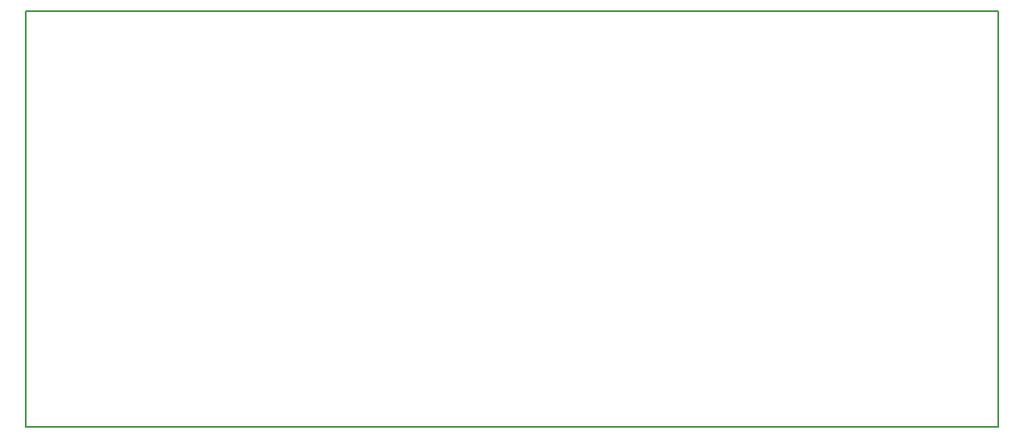
<source format=gbr>
G04 #@! TF.GenerationSoftware,KiCad,Pcbnew,(5.1.2-1)-1*
G04 #@! TF.CreationDate,2019-06-04T19:14:02+03:00*
G04 #@! TF.ProjectId,mag,6d61672e-6b69-4636-9164-5f7063625858,rev?*
G04 #@! TF.SameCoordinates,Original*
G04 #@! TF.FileFunction,Profile,NP*
%FSLAX46Y46*%
G04 Gerber Fmt 4.6, Leading zero omitted, Abs format (unit mm)*
G04 Created by KiCad (PCBNEW (5.1.2-1)-1) date 2019-06-04 19:14:02*
%MOMM*%
%LPD*%
G04 APERTURE LIST*
%ADD10C,0.200000*%
G04 APERTURE END LIST*
D10*
X194000000Y-40250000D02*
X98000000Y-40250000D01*
X194000000Y-81250000D02*
X194000000Y-40250000D01*
X98000000Y-81250000D02*
X194000000Y-81250000D01*
X98000000Y-40250000D02*
X98000000Y-81250000D01*
M02*

</source>
